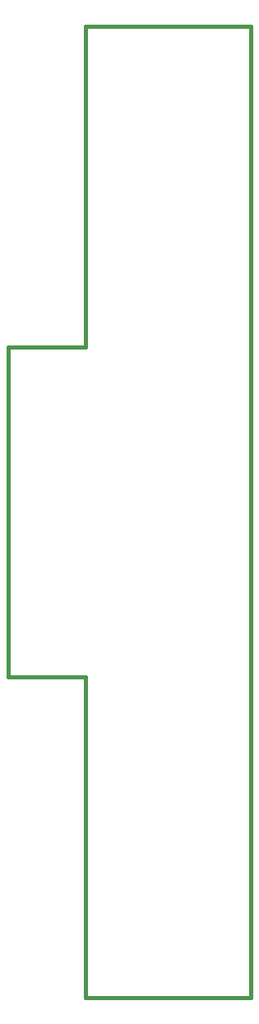
<source format=gko>
%FSLAX33Y33*%
%MOMM*%
%ADD10C,0.381*%
D10*
%LNpath-0*%
G01*
X8000Y0D02*
X8000Y33000D01*
X0Y33000*
X0Y67000*
X8000Y67000*
X8000Y100000*
X25000Y100000*
X25000Y0*
X8000Y0*
%LNmechanical details_traces*%
M02*
</source>
